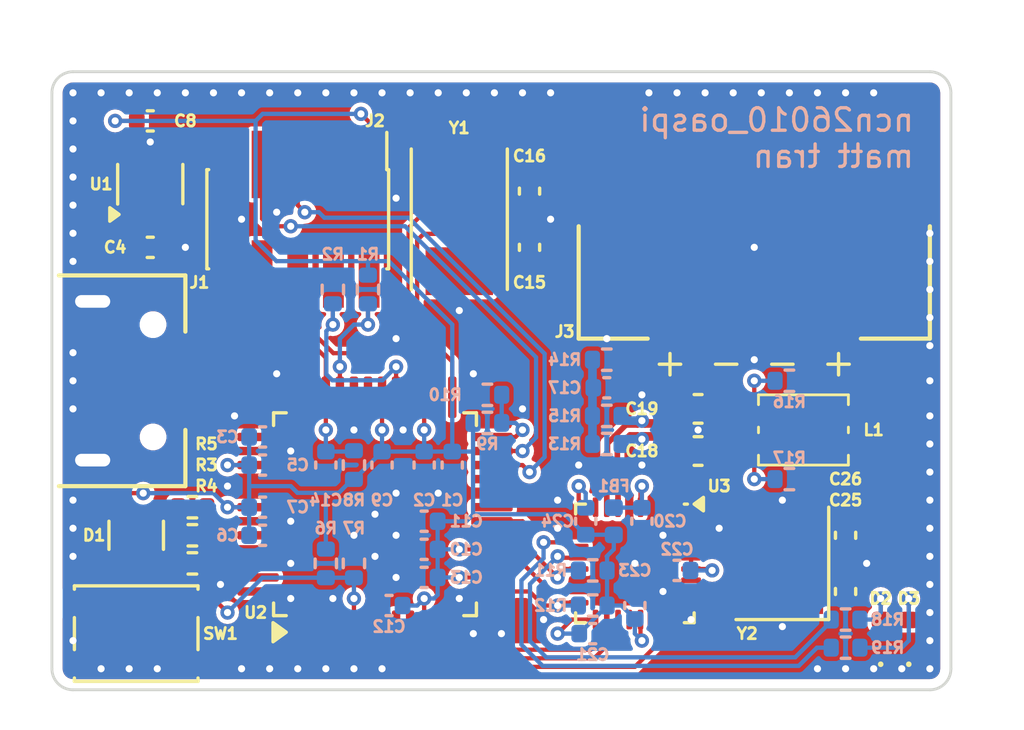
<source format=kicad_pcb>
(kicad_pcb (version 20240108) (generator "pcbnew") (generator_version "8.0")
  (layers (0 "F.Cu" signal) (31 "B.Cu" signal) (34 "B.Paste" user) (35 "F.Paste" user) (36 "B.SilkS" user "B.Silkscreen") (37 "F.SilkS" user "F.Silkscreen") (38 "B.Mask" user) (39 "F.Mask" user) (44 "Edge.Cuts" user))
  (net 0 "")
  (net 1 "GND")
  (net 2 "+3V3")
  (net 3 "+5V")
  (net 4 "/nrst")
  (net 5 "Net-(U2-XTALOUT)")
  (net 6 "Net-(U2-XTALIN)")
  (net 7 "Net-(C17-Pad1)")
  (net 8 "/t1s_cmc_d+")
  (net 9 "/t1s_phy_d+")
  (net 10 "/t1s_phy_d-")
  (net 11 "/t1s_cmc_d-")
  (net 12 "Net-(U3-VDD)")
  (net 13 "Net-(C22-Pad1)")
  (net 14 "Net-(U3-VDRVN)")
  (net 15 "Net-(U3-XO)")
  (net 16 "Net-(U3-XI)")
  (net 17 "Net-(D1-BK)")
  (net 18 "Net-(D1-GK)")
  (net 19 "Net-(D1-RK)")
  (net 20 "Net-(D2-A)")
  (net 21 "Net-(D3-A)")
  (net 23 "/usb_d-")
  (net 24 "/usb_d+")
  (net 25 "/dbg_rx")
  (net 26 "/swclk")
  (net 27 "/swo")
  (net 29 "/dbg_tx")
  (net 30 "/swdio")
  (net 31 "/t1s_d+")
  (net 32 "/t1s_d-")
  (net 33 "/led_b")
  (net 34 "/led_g")
  (net 35 "/led_r")
  (net 36 "/isp0")
  (net 37 "/isp1")
  (net 38 "/phyrst")
  (net 39 "/oaspi_int")
  (net 43 "/oaspi_sdi")
  (net 44 "/oaspi_sclk")
  (net 51 "/oaspi_sdo")
  (net 53 "/oaspi_cs")
  (net 65 "Net-(U3-DIO0)")
  (net 66 "Net-(U3-DIO1)")
  (footprint "extraparts:L_CommonModeChoke_Murata_DLW32SH101" (layer "F.Cu") (at 165.25 97)
    (property "Reference" "L1")
    (property "Value" "DLW32SH101XF2")
  )
  (footprint "Package_QFP:LQFP-48_7x7mm_P0.5mm" (layer "F.Cu") (at 150 100 90)
    (property "Reference" "U2")
    (property "Value" "LPC1549JBD48")
  )
  (footprint "Resistor_SMD:R_0402_1005Metric" (layer "F.Cu") (at 143.5 100.75 180)
    (property "Reference" "R3")
    (property "Value" "220")
  )
  (footprint "Button_Switch_SMD:SW_SPST_PTS810" (layer "F.Cu") (at 141.5 104.25)
    (property "Reference" "SW1")
    (property "Value" "boot")
  )
  (footprint "Crystal:Crystal_SMD_TXC_7A-2Pin_5x3.2mm" (layer "F.Cu") (at 153 89.5 90)
    (property "Reference" "Y1")
    (property "Value" "12MHz")
  )
  (footprint "Capacitor_SMD:C_0402_1005Metric" (layer "F.Cu") (at 155.5 90.5 -90)
    (property "Reference" "C15")
    (property "Value" "20p")
  )
  (footprint "Capacitor_SMD:C_0402_1005Metric" (layer "F.Cu") (at 142 90.5)
    (property "Reference" "C4")
    (property "Value" "1u")
  )
  (footprint "Capacitor_SMD:C_0402_1005Metric" (layer "F.Cu") (at 155.5 88.5 90)
    (property "Reference" "C16")
    (property "Value" "20p")
  )
  (footprint "Capacitor_SMD:C_0402_1005Metric" (layer "F.Cu") (at 166.75 102.75 -90)
    (property "Reference" "C25")
    (property "Value" "20p")
  )
  (footprint "extraparts:Molex_DuraClik_RH_4pin" (layer "F.Cu") (at 163.5 84.25 180)
    (property "Reference" "J3")
    (property "Value" "Conn_01x04_MountingPin")
  )
  (footprint "Package_TO_SOT_SMD:SOT-353_SC-70-5" (layer "F.Cu") (at 142 88.25 90)
    (property "Reference" "U1")
    (property "Value" "MIC5365-3.3YC5")
  )
  (footprint "Resistor_SMD:R_0402_1005Metric" (layer "F.Cu") (at 143.5 99.75 180)
    (property "Reference" "R5")
    (property "Value" "220")
  )
  (footprint "Capacitor_SMD:C_0603_1608Metric" (layer "F.Cu") (at 161.5 97.75)
    (property "Reference" "C18")
    (property "Value" "100n")
  )
  (footprint "Connector_PinHeader_1.27mm:PinHeader_2x05_P1.27mm_Vertical_SMD" (layer "F.Cu") (at 147.25 89.5 -90)
    (property "Reference" "J2")
    (property "Value" "swd/uart")
  )
  (footprint "Capacitor_SMD:C_0603_1608Metric" (layer "F.Cu") (at 161.5 96.25)
    (property "Reference" "C19")
    (property "Value" "100n")
  )
  (footprint "Capacitor_SMD:C_0402_1005Metric" (layer "F.Cu") (at 166.75 100.75 90)
    (property "Reference" "C26")
    (property "Value" "20p")
  )
  (footprint "Resistor_SMD:R_0402_1005Metric" (layer "F.Cu") (at 143.5 101.75 180)
    (property "Reference" "R4")
    (property "Value" "220")
  )
  (footprint "Capacitor_SMD:C_0402_1005Metric" (layer "F.Cu") (at 142 86)
    (property "Reference" "C8")
    (property "Value" "4u7")
  )
  (footprint "LED_SMD:LED_0402_1005Metric" (layer "F.Cu") (at 168 104.25 90)
    (property "Reference" "D2")
    (property "Value" "~")
  )
  (footprint "extraparts:USB_Micro-B_U254-05" (layer "F.Cu") (at 138.5 95.25 -90)
    (property "Reference" "J1")
    (property "Value" "USB_B_Micro")
  )
  (footprint "LED_SMD:LED_0402_1005Metric" (layer "F.Cu") (at 169 104.25 90)
    (property "Reference" "D3")
    (property "Value" "~")
  )
  (footprint "Resistor_SMD:R_Array_Convex_2x0606" (layer "F.Cu") (at 141.5 100.75 -90)
    (property "Reference" "D1")
    (property "Value" "rgb")
  )
  (footprint "Package_DFN_QFN:QFN-32-1EP_4x4mm_P0.4mm_EP2.9x2.9mm" (layer "F.Cu") (at 159.25 101.75 -90)
    (property "Reference" "U3")
    (property "Value" "NCN26010")
  )
  (footprint "Crystal:Crystal_SMD_3225-4Pin_3.2x2.5mm" (layer "F.Cu") (at 164.5 101.75 90)
    (property "Reference" "Y2")
    (property "Value" "25MHz")
  )
  (footprint "Resistor_SMD:R_0402_1005Metric" (layer "B.Cu") (at 166.75 104.75 180)
    (property "Reference" "R19")
    (property "Value" "2k2")
  )
  (footprint "Capacitor_SMD:C_0402_1005Metric" (layer "B.Cu") (at 146 100.75)
    (property "Reference" "C6")
    (property "Value" "100n")
  )
  (footprint "Resistor_SMD:R_0402_1005Metric" (layer "B.Cu") (at 154 95.75 180)
    (property "Reference" "R10")
    (property "Value" "10k")
  )
  (footprint "Resistor_SMD:R_0402_1005Metric" (layer "B.Cu") (at 149.25 101.75 90)
    (property "Reference" "R7")
    (property "Value" "10k")
  )
  (footprint "Resistor_SMD:R_0402_1005Metric" (layer "B.Cu") (at 157.75 103.25 180)
    (property "Reference" "R12")
    (property "Value" "10k")
  )
  (footprint "Capacitor_SMD:C_0402_1005Metric" (layer "B.Cu") (at 158.25 95.5)
    (property "Reference" "C17")
    (property "Value" "100n")
  )
  (footprint "Resistor_SMD:R_0402_1005Metric" (layer "B.Cu") (at 148.25 101.75 -90)
    (property "Reference" "R6")
    (property "Value" "10k")
  )
  (footprint "Capacitor_SMD:C_0402_1005Metric" (layer "B.Cu") (at 160.75 102 180)
    (property "Reference" "C22")
    (property "Value" "4u7")
  )
  (footprint "Inductor_SMD:L_0402_1005Metric" (layer "B.Cu") (at 158.5 100.25 90)
    (property "Reference" "FB1")
    (property "Value" "FerriteBead_Small")
  )
  (footprint "Capacitor_SMD:C_0402_1005Metric" (layer "B.Cu") (at 151.75 101.25 180)
    (property "Reference" "C10")
    (property "Value" "100n")
  )
  (footprint "Capacitor_SMD:C_0402_1005Metric" (layer "B.Cu") (at 150.25 98.25 -90)
    (property "Reference" "C9")
    (property "Value" "100n")
  )
  (footprint "Capacitor_SMD:C_0402_1005Metric" (layer "B.Cu") (at 146 97.25)
    (property "Reference" "C3")
    (property "Value" "100n")
  )
  (footprint "Resistor_SMD:R_0402_1005Metric" (layer "B.Cu") (at 149.75 92 -90)
    (property "Reference" "R1")
    (property "Value" "10k")
  )
  (footprint "Capacitor_SMD:C_0402_1005Metric" (layer "B.Cu") (at 148.25 98.25 -90)
    (property "Reference" "C14")
    (property "Value" "100n")
  )
  (footprint "Resistor_SMD:R_0402_1005Metric" (layer "B.Cu") (at 158.25 96.5 180)
    (property "Reference" "R15")
    (property "Value" "49.9")
  )
  (footprint "Capacitor_SMD:C_0402_1005Metric" (layer "B.Cu") (at 152.75 98.25 -90)
    (property "Reference" "C1")
    (property "Value" "100n")
  )
  (footprint "Resistor_SMD:R_0402_1005Metric" (layer "B.Cu") (at 166.75 103.75 180)
    (property "Reference" "R18")
    (property "Value" "2k2")
  )
  (footprint "Capacitor_SMD:C_0402_1005Metric" (layer "B.Cu") (at 159.5 100.25 -90)
    (property "Reference" "C20")
    (property "Value" "4u7")
  )
  (footprint "Capacitor_SMD:C_0402_1005Metric" (layer "B.Cu") (at 157.75 104.25)
    (property "Reference" "C21")
    (property "Value" "100n")
  )
  (footprint "Capacitor_SMD:C_0402_1005Metric" (layer "B.Cu") (at 151.75 102.25 180)
    (property "Reference" "C13")
    (property "Value" "100n")
  )
  (footprint "Resistor_SMD:R_0402_1005Metric" (layer "B.Cu") (at 148.5 92 90)
    (property "Reference" "R2")
    (property "Value" "10k")
  )
  (footprint "Resistor_SMD:R_0402_1005Metric" (layer "B.Cu") (at 157.75 102 180)
    (property "Reference" "R11")
    (property "Value" "10k")
  )
  (footprint "Capacitor_SMD:C_0402_1005Metric" (layer "B.Cu") (at 146 99.75)
    (property "Reference" "C7")
    (property "Value" "10n")
  )
  (footprint "Capacitor_SMD:C_0402_1005Metric" (layer "B.Cu") (at 157.5 100.25 -90)
    (property "Reference" "C24")
    (property "Value" "4u7")
  )
  (footprint "Resistor_SMD:R_0402_1005Metric" (layer "B.Cu") (at 164.75 98.75)
    (property "Reference" "R17")
    (property "Value" "10k")
  )
  (footprint "Resistor_SMD:R_0402_1005Metric" (layer "B.Cu") (at 164.75 95.25)
    (property "Reference" "R16")
    (property "Value" "10k")
  )
  (footprint "Capacitor_SMD:C_0402_1005Metric" (layer "B.Cu") (at 150.5 103.25 180)
    (property "Reference" "C12")
    (property "Value" "100n")
  )
  (footprint "Resistor_SMD:R_0402_1005Metric" (layer "B.Cu") (at 149.25 98.25 90)
    (property "Reference" "R8")
    (property "Value" "10k")
  )
  (footprint "Capacitor_SMD:C_0402_1005Metric" (layer "B.Cu") (at 151.75 100.25 180)
    (property "Reference" "C11")
    (property "Value" "4u7")
  )
  (footprint "Resistor_SMD:R_0402_1005Metric" (layer "B.Cu") (at 158.25 94.5)
    (property "Reference" "R14")
    (property "Value" "100k")
  )
  (footprint "Resistor_SMD:R_0402_1005Metric" (layer "B.Cu") (at 154 96.75)
    (property "Reference" "R9")
    (property "Value" "10k")
  )
  (footprint "Capacitor_SMD:C_0402_1005Metric" (layer "B.Cu") (at 159.25 103.25 90)
    (property "Reference" "C23")
    (property "Value" "100n")
  )
  (footprint "Resistor_SMD:R_0402_1005Metric" (layer "B.Cu") (at 158.25 97.5 180)
    (property "Reference" "R13")
    (property "Value" "49.9")
  )
  (footprint "Capacitor_SMD:C_0402_1005Metric" (layer "B.Cu") (at 151.75 98.25 -90)
    (property "Reference" "C2")
    (property "Value" "10n")
  )
  (footprint "Capacitor_SMD:C_0402_1005Metric" (layer "B.Cu") (at 146 98.25)
    (property "Reference" "C5")
    (property "Value" "10n")
  )
  (gr_arc (start 138.5 85) (mid 138.71967 84.46967) (end 139.25 84.25) (stroke (width 0.1)) (layer "Edge.Cuts"))
  (gr_line (start 169.75 84.25) (end 139.25 84.25) (stroke (width 0.1)) (layer "Edge.Cuts"))
  (gr_arc (start 170.5 105.5) (mid 170.28033 106.03033) (end 169.75 106.25) (stroke (width 0.1)) (layer "Edge.Cuts"))
  (gr_line (start 138.5 85) (end 138.5 105.5) (stroke (width 0.1)) (layer "Edge.Cuts"))
  (gr_line (start 170.5 105.5) (end 170.5 85) (stroke (width 0.1)) (layer "Edge.Cuts"))
  (gr_arc (start 139.25 106.25) (mid 138.71967 106.03033) (end 138.5 105.5) (stroke (width 0.1)) (layer "Edge.Cuts"))
  (gr_arc (start 169.75 84.25) (mid 170.28033 84.46967) (end 170.5 85) (stroke (width 0.1)) (layer "Edge.Cuts"))
  (gr_line (start 139.25 106.25) (end 169.75 106.25) (stroke (width 0.1)) (layer "Edge.Cuts"))
  (gr_text "ncn26010_oaspi\nmatt tran" (at 169.25 85.5 0) (layer "B.SilkS") (effects (font (size 0.8 0.8) (thickness 0.12)) (justify left top mirror)))
  (gr_text "+ - - +" (at 163.5 94 0) (layer "F.SilkS") (effects (font (size 1 1) (thickness 0.12)) (justify top)))
  (via (at 168.75 105.5) (size 0.508) (drill 0.254) (layers "F.Cu" "B.Cu") (net 1))
  (via (at 164.75 85) (size 0.508) (drill 0.254) (layers "F.Cu" "B.Cu") (net 1))
  (via (at 142 86.75) (size 0.508) (drill 0.254) (layers "F.Cu" "B.Cu") (net 1))
  (via (at 152.25 99.25) (size 0.508) (drill 0.254) (layers "F.Cu" "B.Cu") (net 1))
  (via (at 159.75 85) (size 0.508) (drill 0.254) (layers "F.Cu" "B.Cu") (net 1))
  (via (at 163.75 85) (size 0.508) (drill 0.254) (layers "F.Cu" "B.Cu") (net 1))
  (via (at 146.5 89.25) (size 0.508) (drill 0.254) (layers "F.Cu" "B.Cu") (net 1))
  (via (at 153.25 85) (size 0.508) (drill 0.254) (layers "F.Cu" "B.Cu") (net 1))
  (via (at 160.75 85) (size 0.508) (drill 0.254) (layers "F.Cu" "B.Cu") (net 1))
  (via (at 156.25 85) (size 0.508) (drill 0.254) (layers "F.Cu" "B.Cu") (net 1))
  (via (at 160.25 102.75) (size 0.508) (drill 0.254) (layers "F.Cu" "B.Cu") (net 1))
  (via (at 167.5 101.75) (size 0.508) (drill 0.254) (layers "F.Cu" "B.Cu") (net 1))
  (via (at 154.25 85) (size 0.508) (drill 0.254) (layers "F.Cu" "B.Cu") (net 1))
  (via (at 147 100.25) (size 0.508) (drill 0.254) (layers "F.Cu" "B.Cu") (net 1))
  (via (at 139.25 101.5) (size 0.508) (drill 0.254) (layers "F.Cu" "B.Cu") (net 1))
  (via (at 143.25 85) (size 0.508) (drill 0.254) (layers "F.Cu" "B.Cu") (net 1))
  (via (at 141.25 85) (size 0.508) (drill 0.254) (layers "F.Cu" "B.Cu") (net 1))
  (via (at 139.25 104.5) (size 0.508) (drill 0.254) (layers "F.Cu" "B.Cu") (net 1))
  (via (at 144.25 85) (size 0.508) (drill 0.254) (layers "F.Cu" "B.Cu") (net 1))
  (via (at 165.75 85) (size 0.508) (drill 0.254) (layers "F.Cu" "B.Cu") (net 1))
  (via (at 139.25 91) (size 0.508) (drill 0.254) (layers "F.Cu" "B.Cu") (net 1))
  (via (at 153 92.75) (size 0.508) (drill 0.254) (layers "F.Cu" "B.Cu") (net 1))
  (via (at 156.5 100.5) (size 0.508) (drill 0.254) (layers "F.Cu" "B.Cu") (net 1))
  (via (at 166.75 85) (size 0.508) (drill 0.254) (layers "F.Cu" "B.Cu") (net 1))
  (via (at 146.5 95) (size 0.508) (drill 0.254) (layers "F.Cu" "B.Cu") (net 1))
  (via (at 145.25 85) (size 0.508) (drill 0.254) (layers "F.Cu" "B.Cu") (net 1))
  (via (at 139.25 87) (size 0.508) (drill 0.254) (layers "F.Cu" "B.Cu") (net 1))
  (via (at 147.25 85) (size 0.508) (drill 0.254) (layers "F.Cu" "B.Cu") (net 1))
  (via (at 169.75 92) (size 0.508) (drill 0.254) (layers "F.Cu" "B.Cu") (net 1))
  (via (at 145.25 105.5) (size 0.508) (drill 0.254) (layers "F.Cu" "B.Cu") (net 1))
  (via (at 169.75 95.25) (size 0.508) (drill 0.254) (layers "F.Cu" "B.Cu") (net 1))
  (via (at 159.5 98.25) (size 0.508) (drill 0.254) (layers "F.Cu" "B.Cu") (net 1))
  (via (at 151 97) (size 0.508) (drill 0.254) (layers "F.Cu" "B.Cu") (net 1))
  (via (at 153 103) (size 0.508) (drill 0.254) (layers "F.Cu" "B.Cu") (net 1))
  (via (at 158.25 93.75) (size 0.508) (drill 0.254) (layers "F.Cu" "B.Cu") (net 1))
  (via (at 164.5 99.5) (size 0.508) (drill 0.254) (layers "F.Cu" "B.Cu") (net 1))
  (via (at 155.25 96.25) (size 0.508) (drill 0.254) (layers "F.Cu" "B.Cu") (net 1))
  (via (at 149.25 97) (size 0.508) (drill 0.254) (layers "F.Cu" "B.Cu") (net 1))
  (via (at 140.25 85) (size 0.508) (drill 0.254) (layers "F.Cu" "B.Cu") (net 1))
  (via (at 139.25 96.25) (size 0.508) (drill 0.254) (layers "F.Cu" "B.Cu") (net 1))
  (via (at 169.75 99.5) (size 0.508) (drill 0.254) (layers "F.Cu" "B.Cu") (net 1))
  (via (at 165.75 105.5) (size 0.508) (drill 0.254) (layers "F.Cu" "B.Cu") (net 1))
  (via (at 150 100) (size 0.508) (drill 0.254) (layers "F.Cu" "B.Cu") (net 1))
  (via (at 144.75 99) (size 0.508) (drill 0.254) (layers "F.Cu" "B.Cu") (net 1))
  (via (at 139.25 100.5) (size 0.508) (drill 0.254) (layers "F.Cu" "B.Cu") (net 1))
  (via (at 155.25 85) (size 0.508) (drill 0.254) (layers "F.Cu" "B.Cu") (net 1))
  (via (at 157.25 98.25) (size 0.508) (drill 0.254) (layers "F.Cu" "B.Cu") (net 1))
  (via (at 139.25 95.25) (size 0.508) (drill 0.254) (layers "F.Cu" "B.Cu") (net 1))
  (via (at 149.25 100.75) (size 0.508) (drill 0.254) (layers "F.Cu" "B.Cu") (net 1))
  (via (at 159.25 101.75) (size 0.508) (drill 0.254) (layers "F.Cu" "B.Cu") (net 1))
  (via (at 169.75 101.5) (size 0.508) (drill 0.254) (layers "F.Cu" "B.Cu") (net 1))
  (via (at 139.25 89) (size 0.508) (drill 0.254) (layers "F.Cu" "B.Cu") (net 1))
  (via (at 153.5 95) (size 0.508) (drill 0.254) (layers "F.Cu" "B.Cu") (net 1))
  (via (at 164.5 104) (size 0.508) (drill 0.254) (layers "F.Cu" "B.Cu") (net 1))
  (via (at 166.75 105.5) (size 0.508) (drill 0.254) (layers "F.Cu" "B.Cu") (net 1))
  (via (at 142.25 105.5) (size 0.508) (drill 0.254) (layers "F.Cu" "B.Cu") (net 1))
  (via (at 169.75 97.5) (size 0.508) (drill 0.254) (layers "F.Cu" "B.Cu") (net 1))
  (via (at 169.75 104.5) (size 0.508) (drill 0.254) (layers "F.Cu" "B.Cu") (net 1))
  (via (at 163.5 90.5) (size 0.508) (drill 0.254) (layers "F.Cu" "B.Cu") (net 1))
  (via (at 169.75 90) (size 0.508) (drill 0.254) (layers "F.Cu" "B.Cu") (net 1))
  (via (at 146.25 85) (size 0.508) (drill 0.254) (layers "F.Cu" "B.Cu") (net 1))
  (via (at 144.5 102.5) (size 0.508) (drill 0.254) (layers "F.Cu" "B.Cu") (net 1))
  (via (at 150.75 93.75) (size 0.508) (drill 0.254) (layers "F.Cu" "B.Cu") (net 1))
  (via (at 139.25 88) (size 0.508) (drill 0.254) (layers "F.Cu" "B.Cu") (net 1))
  (via (at 169.75 94) (size 0.508) (drill 0.254) (layers "F.Cu" "B.Cu") (net 1))
  (via (at 169.75 91) (size 0.508) (drill 0.254) (layers "F.Cu" "B.Cu") (net 1))
  (via (at 140.25 105.5) (size 0.508) (drill 0.254) (layers "F.Cu" "B.Cu") (net 1))
  (via (at 147 101.75) (size 0.508) (drill 0.254) (layers "F.Cu" "B.Cu") (net 1))
  (via (at 150.75 88.75) (size 0.508) (drill 0.254) (layers "F.Cu" "B.Cu") (net 1))
  (via (at 162.75 85) (size 0.508) (drill 0.254) (layers "F.Cu" "B.Cu") (net 1))
  (via (at 167.75 85) (size 0.508) (drill 0.254) (layers "F.Cu" "B.Cu") (net 1))
  (via (at 150.75 99.25) (size 0.508) (drill 0.254) (layers "F.Cu" "B.Cu") (net 1))
  (via (at 143.25 90.5) (size 0.508) (drill 0.254) (layers "F.Cu" "B.Cu") (net 1))
  (via (at 139.25 86) (size 0.508) (drill 0.254) (layers "F.Cu" "B.Cu") (net 1))
  (via (at 145 96.5) (size 0.508) (drill 0.254) (layers "F.Cu" "B.Cu") (net 1))
  (via (at 161.5 97) (size 0.508) (drill 0.254) (layers "F.Cu" "B.Cu") (net 1))
  (via (at 161.25 103.75) (size 0.508) (drill 0.254) (layers "F.Cu" "B.Cu") (net 1))
  (via (at 159.5 95.75) (size 0.508) (drill 0.254) (layers "F.Cu" "B.Cu") (net 1))
  (via (at 169.75 98.5) (size 0.508) (drill 0.254) (layers "F.Cu" "B.Cu") (net 1))
  (via (at 169.75 103.5) (size 0.508) (drill 0.254) (layers "F.Cu" "B.Cu") (net 1))
  (via (at 160.25 100.75) (size 0.508) (drill 0.254) (layers "F.Cu" "B.Cu") (net 1))
  (via (at 162.25 100.5) (size 0.508) (drill 0.254) (layers "F.Cu" "B.Cu") (net 1))
  (via (at 150.25 85) (size 0.508) (drill 0.254) (layers "F.Cu" "B.Cu") (net 1))
  (via (at 142.25 85) (size 0.508) (drill 0.254) (layers "F.Cu" "B.Cu") (net 1))
  (via (at 139.25 85) (size 0.508) (drill 0.254) (layers "F.Cu" "B.Cu") (net 1))
  (via (at 148.25 85) (size 0.508) (drill 0.254) (layers "F.Cu" "B.Cu") (net 1))
  (via (at 149.25 105.5) (size 0.508) (drill 0.254) (layers "F.Cu" "B.Cu") (net 1))
  (via (at 147 97.75) (size 0.508) (drill 0.254) (layers "F.Cu" "B.Cu") (net 1))
  (via (at 147 103) (size 0.508) (drill 0.254) (layers "F.Cu" "B.Cu") (net 1))
  (via (at 156.5 99.5) (size 0.508) (drill 0.254) (layers "F.Cu" "B.Cu") (net 1))
  (via (at 145.25 89.5) (size 0.508) (drill 0.254) (layers "F.Cu" "B.Cu") (net 1))
  (via (at 139.25 94.25) (size 0.508) (drill 0.254) (layers "F.Cu" "B.Cu") (net 1))
  (via (at 163.5 94.5) (size 0.508) (drill 0.254) (layers "F.Cu" "B.Cu") (net 1))
  (via (at 169.75 102.5) (size 0.508) (drill 0.254) (layers "F.Cu" "B.Cu") (net 1))
  (via (at 153.5 104.25) (size 0.508) (drill 0.254) (layers "F.Cu" "B.Cu") (net 1))
  (via (at 154.5 104.25) (size 0.508) (drill 0.254) (layers "F.Cu" "B.Cu") (net 1))
  (via (at 156.25 89.5) (size 0.508) (drill 0.254) (layers "F.Cu" "B.Cu") (net 1))
  (via (at 150.75 100.75) (size 0.508) (drill 0.254) (layers "F.Cu" "B.Cu") (net 1))
  (via (at 139.25 90) (size 0.508) (drill 0.254) (layers "F.Cu" "B.Cu") (net 1))
  (via (at 169.75 96.5) (size 0.508) (drill 0.254) (layers "F.Cu" "B.Cu") (net 1))
  (via (at 148.5 103) (size 0.508) (drill 0.254) (layers "F.Cu" "B.Cu") (net 1))
  (via (at 139.25 99.5) (size 0.508) (drill 0.254) (layers "F.Cu" "B.Cu") (net 1))
  (via (at 152.25 85) (size 0.508) (drill 0.254) (layers "F.Cu" "B.Cu") (net 1))
  (via (at 161.75 85) (size 0.508) (drill 0.254) (layers "F.Cu" "B.Cu") (net 1))
  (via (at 147.25 105.5) (size 0.508) (drill 0.254) (layers "F.Cu" "B.Cu") (net 1))
  (via (at 146.25 105.5) (size 0.508) (drill 0.254) (layers "F.Cu" "B.Cu") (net 1))
  (via (at 141.25 105.5) (size 0.508) (drill 0.254) (layers "F.Cu" "B.Cu") (net 1))
  (via (at 150.75 102.25) (size 0.508) (drill 0.254) (layers "F.Cu" "B.Cu") (net 1))
  (via (at 169.75 105.5) (size 0.508) (drill 0.254) (layers "F.Cu" "B.Cu") (net 1))
  (via (at 149.25 85) (size 0.508) (drill 0.254) (layers "F.Cu" "B.Cu") (net 1))
  (via (at 167.75 105.5) (size 0.508) (drill 0.254) (layers "F.Cu" "B.Cu") (net 1))
  (via (at 148.25 105.5) (size 0.508) (drill 0.254) (layers "F.Cu" "B.Cu") (net 1))
  (via (at 169.75 93) (size 0.508) (drill 0.254) (layers "F.Cu" "B.Cu") (net 1))
  (via (at 156 103.75) (size 0.508) (drill 0.254) (layers "F.Cu" "B.Cu") (net 1))
  (via (at 150.25 105.5) (size 0.508) (drill 0.254) (layers "F.Cu" "B.Cu") (net 1))
  (via (at 150 101.5) (size 0.508) (drill 0.254) (layers "F.Cu" "B.Cu") (net 1))
  (via (at 151.25 85) (size 0.508) (drill 0.254) (layers "F.Cu" "B.Cu") (net 1))
  (via (at 169.75 100.5) (size 0.508) (drill 0.254) (layers "F.Cu" "B.Cu") (net 1))
  (segment (start 145.8375 98.25) (end 144.75 98.25) (width 0.1524) (layer "F.Cu") (net 2))
  (segment (start 141.35 86.17) (end 141.52 86) (width 0.1524) (layer "F.Cu") (net 2))
  (segment (start 159.45 104.45) (end 159.5 104.5) (width 0.1524) (layer "F.Cu") (net 2))
  (segment (start 145.8375 99.75) (end 144.75 99.75) (width 0.1524) (layer "F.Cu") (net 2))
  (segment (start 157 103.75) (end 156.5 104.25) (width 0.1524) (layer "F.Cu") (net 2))
  (segment (start 151.75 104.1625) (end 151.75 103) (width 0.1524) (layer "F.Cu") (net 2))
  (segment (start 149.79 86.04) (end 149.5 85.75) (width 0.1524) (layer "F.Cu") (net 2))
  (segment (start 141.03 99.47) (end 141.25 99.25) (width 0.1524) (layer "F.Cu") (net 2))
  (segment (start 149.79 87.55) (end 149.79 86.04) (width 0.1524) (layer "F.Cu") (net 2))
  (segment (start 150.25 95.8375) (end 150.25 97) (width 0.1524) (layer "F.Cu") (net 2))
  (segment (start 157.85 103.75) (end 157 103.75) (width 0.1524) (layer "F.Cu") (net 2))
  (segment (start 141.03 100.05) (end 141.03 99.47) (width 0.1524) (layer "F.Cu") (net 2))
  (segment (start 141.35 87.3) (end 141.35 86.17) (width 0.1524) (layer "F.Cu") (net 2))
  (segment (start 141.25 99.25) (end 141.75 99.25) (width 0.1524) (layer "F.Cu") (net 2))
  (segment (start 151.75 95.8375) (end 151.75 97) (width 0.1524) (layer "F.Cu") (net 2))
  (segment (start 154.1625 102.25) (end 153 102.25) (width 0.1524) (layer "F.Cu") (net 2))
  (segment (start 154.1625 101.25) (end 153 101.25) (width 0.1524) (layer "F.Cu") (net 2))
  (segment (start 141.52 86) (end 140.75 86) (width 0.1524) (layer "F.Cu") (net 2))
  (segment (start 159.45 103.75) (end 159.45 104.45) (width 0.1524) (layer "F.Cu") (net 2))
  (via (at 150.25 97) (size 0.508) (drill 0.254) (layers "F.Cu" "B.Cu") (net 2))
  (via (at 149.5 85.75) (size 0.508) (drill 0.254) (layers "F.Cu" "B.Cu") (net 2))
  (via (at 159.5 104.5) (size 0.508) (drill 0.254) (layers "F.Cu" "B.Cu") (net 2))
  (via (at 141.75 99.25) (size 0.508) (drill 0.254) (layers "F.Cu" "B.Cu") (net 2))
  (via (at 153 101.25) (size 0.508) (drill 0.254) (layers "F.Cu" "B.Cu") (net 2))
  (via (at 156.5 104.25) (size 0.508) (drill 0.254) (layers "F.Cu" "B.Cu") (net 2))
  (via (at 153 102.25) (size 0.508) (drill 0.254) (layers "F.Cu" "B.Cu") (net 2))
  (via (at 140.75 86) (size 0.508) (drill 0.254) (layers "F.Cu" "B.Cu") (net 2))
  (via (at 144.75 98.25) (size 0.508) (drill 0.254) (layers "F.Cu" "B.Cu") (net 2))
  (via (at 151.75 97) (size 0.508) (drill 0.254) (layers "F.Cu" "B.Cu") (net 2))
  (via (at 151.75 103) (size 0.508) (drill 0.254) (layers "F.Cu" "B.Cu") (net 2))
  (via (at 144.75 99.75) (size 0.508) (drill 0.254) (layers "F.Cu" "B.Cu") (net 2))
  (segment (start 149.5 85.75) (end 146 85.75) (width 0.1524) (layer "B.Cu") (net 2))
  (segment (start 147 99) (end 145.52 99) (width 0.1524) (layer "B.Cu") (net 2))
  (segment (start 153.49 99.99) (end 153.5 100) (width 0.1524) (layer "B.Cu") (net 2))
  (segment (start 145.52 97.25) (end 145.52 98.25) (width 0.1524) (layer "B.Cu") (net 2))
  (segment (start 153.25 100.25) (end 152.23 100.25) (width 0.1524) (layer "B.Cu") (net 2))
  (segment (start 159.25 104.25) (end 159.5 104.5) (width 0.1524) (layer "B.Cu") (net 2))
  (segment (start 148.7114 99.2386) (end 148.25 99.2386) (width 0.1524) (layer "B.Cu") (net 2))
  (segment (start 153 101.25) (end 152.23 101.25) (width 0.1524) (layer "B.Cu") (net 2))
  (segment (start 150.98 103.25) (end 151.5 103.25) (width 0.1524) (layer "B.Cu") (net 2))
  (segment (start 158.26 101.51) (end 158.26 102) (width 0.1524) (layer "B.Cu") (net 2))
  (segment (start 152.23 100.25) (end 152.23 101.25) (width 0.1524) (layer "B.Cu") (net 2))
  (segment (start 144.25 99.25) (end 144.75 99.75) (width 0.1524) (layer "B.Cu") (net 2))
  (segment (start 158.26 103.26) (end 157.27 104.25) (width 0.1524) (layer "B.Cu") (net 2))
  (segment (start 151.75 97) (end 151.75 97.77) (width 0.1524) (layer "B.Cu") (net 2))
  (segment (start 150.25 97.77) (end 151.75 97.77) (width 0.1524) (layer "B.Cu") (net 2))
  (segment (start 152.23 101.25) (end 152.23 102.25) (width 0.1524) (layer "B.Cu") (net 2))
  (segment (start 146 85.75) (end 145.75 86) (width 0.1524) (layer "B.Cu") (net 2))
  (segment (start 149.26 98.76) (end 150.25 97.77) (width 0.1524) (layer "B.Cu") (net 2))
  (segment (start 157.48 100.73) (end 156.75 100) (width 0.1524) (layer "B.Cu") (net 2))
  (segment (start 158.5 101.25) (end 158.25 101.5) (width 0.1524) (layer "B.Cu") (net 2))
  (segment (start 159.25 103.73) (end 159.25 104.25) (width 0.1524) (layer "B.Cu") (net 2))
  (segment (start 152.75 93.25) (end 152.75 97.77) (width 0.1524) (layer "B.Cu") (net 2))
  (segment (start 152.23 102.87) (end 152.1 103) (width 0.1524) (layer "B.Cu") (net 2))
  (segment (start 156.75 100) (end 153.5 100) (width 0.1524) (layer "B.Cu") (net 2))
  (segment (start 150.25 97) (end 150.25 97.77) (width 0.1524) (layer "B.Cu") (net 2))
  (segment (start 158.25 101.5) (end 158.26 101.51) (width 0.1524) (layer "B.Cu") (net 2))
  (segment (start 149.75 91.49) (end 149.75 90.9914) (width 0.1524) (layer "B.Cu") (net 2))
  (segment (start 153.49 97.75) (end 153.49 99.99) (width 0.1524) (layer "B.Cu") (net 2))
  (segment (start 145.52 99) (end 145.52 98.25) (width 0.1524) (layer "B.Cu") (net 2))
  (segment (start 146.4914 90.9914) (end 149.75 90.9914) (width 0.1524) (layer "B.Cu") (net 2))
  (segment (start 158.26 103.25) (end 158.77 103.25) (width 0.1524) (layer "B.Cu") (net 2))
  (segment (start 150.4914 90.9914) (end 152.75 93.25) (width 0.1524) (layer "B.Cu") (net 2))
  (segment (start 149.75 90.9914) (end 150.4914 90.9914) (width 0.1524) (layer "B.Cu") (net 2))
  (segment (start 152.75 97.77) (end 151.75 97.77) (width 0.1524) (layer "B.Cu") (net 2))
  (segment (start 158.77 103.25) (end 159.25 103.73) (width 0.1524) (layer "B.Cu") (net 2))
  (segment (start 149.19 98.76) (end 148.7114 99.2386) (width 0.1524) (layer "B.Cu") (net 2))
  (segment (start 149.25 98.76) (end 149.19 98.76) (width 0.1524) (layer "B.Cu") (net 2))
  (segment (start 158.495 100.73) (end 158.5 100.735) (width 0.1524) (layer "B.Cu") (net 2))
  (segment (start 157.5 100.73) (end 158.495 100.73) (width 0.1524) (layer "B.Cu") (net 2))
  (segment (start 145.75 86) (end 145.75 90.25) (width 0.1524) (layer "B.Cu") (net 2))
  (segment (start 148.25 101.24) (end 148.25 99.2386) (width 0.1524) (layer "B.Cu") (net 2))
  (segment (start 149.25 98.76) (end 149.26 98.76) (width 0.1524) (layer "B.Cu") (net 2))
  (segment (start 152.1 103) (end 151.75 103) (width 0.1524) (layer "B.Cu") (net 2))
  (segment (start 144.75 99.75) (end 145.52 99.75) (width 0.1524) (layer "B.Cu") (net 2))
  (segment (start 148.25 99.2386) (end 147.2386 99.2386) (width 0.1524) (layer "B.Cu") (net 2))
  (segment (start 153.47 97.77) (end 153.49 97.75) (width 0.1524) (layer "B.Cu") (net 2))
  (segment (start 153.5 100) (end 153.25 100.25) (width 0.1524) (layer "B.Cu") (net 2))
  (segment (start 145.52 99.75) (end 145.52 99) (width 0.1524) (layer "B.Cu") (net 2))
  (segment (start 144.75 98.25) (end 145.52 98.25) (width 0.1524) (layer "B.Cu") (net 2))
  (segment (start 145.52 99.75) (end 145.52 100.75) (width 0.1524) (layer "B.Cu") (net 2))
  (segment (start 145.75 90.25) (end 146.4914 90.9914) (width 0.1524) (layer "B.Cu") (net 2))
  (segment (start 153 102.25) (end 152.23 102.25) (width 0.1524) (layer "B.Cu") (net 2))
  (segment (start 147.2386 99.2386) (end 147 99) (width 0.1524) (layer "B.Cu") (net 2))
  (segment (start 152.75 97.77) (end 153.47 97.77) (width 0.1524) (layer "B.Cu") (net 2))
  (segment (start 152.23 102.25) (end 152.23 102.87) (width 0.1524) (layer "B.Cu") (net 2))
  (segment (start 158.26 102) (end 158.26 103.25) (width 0.1524) (layer "B.Cu") (net 2))
  (segment (start 157.27 104.25) (end 156.5 104.25) (width 0.1524) (layer "B.Cu") (net 2))
  (segment (start 151.5 103.25) (end 151.75 103) (width 0.1524) (layer "B.Cu") (net 2))
  (segment (start 157.5 100.73) (end 157.48 100.73) (width 0.1524) (layer "B.Cu") (net 2))
  (segment (start 145.75 86) (end 140.75 86) (width 0.1524) (layer "B.Cu") (net 2))
  (segment (start 158.5 100.735) (end 158.5 101.25) (width 0.1524) (layer "B.Cu") (net 2))
  (segment (start 158.26 103.25) (end 158.26 103.26) (width 0.1524) (layer "B.Cu") (net 2))
  (segment (start 153.49 96.75) (end 153.49 97.75) (width 0.1524) (layer "B.Cu") (net 2))
  (segment (start 141.75 99.25) (end 144.25 99.25) (width 0.1524) (layer "B.Cu") (net 2))
  (segment (start 142.65 89.2) (end 142.65 88.65) (width 0.1524) (layer "F.Cu") (net 3))
  (segment (start 141.35 88.65) (end 141.5 88.5) (width 0.1524) (layer "F.Cu") (net 3))
  (segment (start 142.5 88.5) (end 141.5 88.5) (width 0.1524) (layer "F.Cu") (net 3))
  (segment (start 141.35 90.33) (end 141.52 90.5) (width 0.1524) (layer "F.Cu") (net 3))
  (segment (start 142.65 88.65) (end 142.5 88.5) (width 0.1524) (layer "F.Cu") (net 3))
  (segment (start 141.35 89.2) (end 141.35 90.33) (width 0.1524) (layer "F.Cu") (net 3))
  (segment (start 141.52 90.5) (end 141.52 93.7224) (width 0.1524) (layer "F.Cu") (net 3))
  (segment (start 141.35 89.2) (end 141.35 88.65) (width 0.1524) (layer "F.Cu") (net 3))
  (segment (start 141.7476 93.95) (end 142.6 93.95) (width 0.1524) (layer "F.Cu") (net 3))
  (segment (start 141.52 93.7224) (end 141.7476 93.95) (width 0.1524) (layer "F.Cu") (net 3))
  (segment (start 147.068948 93.25) (end 145.68 93.25) (width 0.1524) (layer "F.Cu") (net 4))
  (segment (start 148.25 94.431052) (end 147.068948 93.25) (width 0.1524) (layer "F.Cu") (net 4))
  (segment (start 148.25 95.8375) (end 148.25 97) (width 0.1524) (layer "F.Cu") (net 4))
  (segment (start 144.71 92.28) (end 144.71 91.45) (width 0.1524) (layer "F.Cu") (net 4))
  (segment (start 145.68 93.25) (end 144.71 92.28) (width 0.1524) (layer "F.Cu") (net 4))
  (segment (start 148.25 95.8375) (end 148.25 94.431052) (width 0.1524) (layer "F.Cu") (net 4))
  (via (at 148.25 97) (size 0.508) (drill 0.254) (layers "F.Cu" "B.Cu") (net 4))
  (segment (start 149.22 97.77) (end 149.25 97.74) (width 0.1524) (layer "B.Cu") (net 4))
  (segment (start 148.25 97.77) (end 149.22 97.77) (width 0.1524) (layer "B.Cu") (net 4))
  (segment (start 148.25 97) (end 148.25 97.77) (width 0.1524) (layer "B.Cu") (net 4))
  (segment (start 151.73 90.02) (end 151.5 90.25) (width 0.1524) (layer "F.Cu") (net 5))
  (segment (start 155.5 90.02) (end 153 90.02) (width 0.1524) (layer "F.Cu") (net 5))
  (segment (start 152.32328 89.579458) (end 152.32328 89.89808) (width 0.1524) (layer "F.Cu") (net 5))
  (segment (start 152.50616 89.457538) (end 152.4452 89.457538) (width 0.1524) (layer "F.Cu") (net 5))
  (segment (start 152.75 94.568948) (end 152.75 95.8375) (width 0.1524) (layer "F.Cu") (net 5))
  (segment (start 152 90.02) (end 151.73 90.02) (width 0.1524) (layer "F.Cu") (net 5))
  (segment (start 151.5 90.25) (end 151.5 93.318948) (width 0.1524) (layer "F.Cu") (net 5))
  (segment (start 153 91.35) (end 153 90.02) (width 0.1524) (layer "F.Cu") (net 5))
  (segment (start 152.1404 90.02) (end 152 90.02) (width 0.1524) (layer "F.Cu") (net 5))
  (segment (start 152.62808 89.89808) (end 152.62808 89.579458) (width 0.1524) (layer "F.Cu") (net 5))
  (segment (start 152.20136 90.02) (end 152.1404 90.02) (width 0.1524) (layer "F.Cu") (net 5))
  (segment (start 153 90.02) (end 152.75 90.02) (width 0.1524) (layer "F.Cu") (net 5))
  (segment (start 151.5 93.318948) (end 152.75 94.568948) (width 0.1524) (layer "F.Cu") (net 5))
  (arc (start 152.75 90.02) (mid 152.66379 89.98429) (end 152.62808 89.89808) (width 0.1524) (layer "F.Cu") (net 5))
  (arc (start 152.32328 89.89808) (mid 152.28757 89.98429) (end 152.20136 90.02) (width 0.1524) (layer "F.Cu") (net 5))
  (arc (start 152.4452 89.457538) (mid 152.35899 89.493248) (end 152.32328 89.579458) (width 0.1524) (layer "F.Cu") (net 5))
  (arc (start 152.62808 89.579458) (mid 152.59237 89.493248) (end 152.50616 89.457538) (width 0.1524) (layer "F.Cu") (net 5))
  (segment (start 151.1952 93.4452) (end 152.25 94.5) (width 0.1524) (layer "F.Cu") (net 6))
  (segment (start 152.25 94.5) (end 152.25 95.8375) (width 0.1524) (layer "F.Cu") (net 6))
  (segment (start 151.1952 89.8048) (end 151.1952 93.4452) (width 0.1524) (layer "F.Cu") (net 6))
  (segment (start 152.02 88.98) (end 151.1952 89.8048) (width 0.1524) (layer "F.Cu") (net 6))
  (segment (start 153 88.98) (end 152.02 88.98) (width 0.1524) (layer "F.Cu") (net 6))
  (segment (start 153 87.65) (end 153 88.98) (width 0.1524) (layer "F.Cu") (net 6))
  (segment (start 155.5 88.98) (end 153 88.98) (width 0.1524) (layer "F.Cu") (net 6))
  (segment (start 157.74 97.5) (end 157.74 94.5) (width 0.31) (layer "B.Cu") (net 7))
  (segment (start 162.8188 97.2312) (end 162.3 97.75) (width 0.31) (layer "F.Cu") (net 8))
  (segment (start 163.725 97.5) (end 163.5 97.5) (width 0.31) (layer "F.Cu") (net 8))
  (segment (start 163.5 97.725) (end 163.725 97.5) (width 0.1524) (layer "F.Cu") (net 8))
  (segment (start 162.3 97.75) (end 162.275 97.75) (width 0.31) (layer "F.Cu") (net 8))
  (segment (start 163.2312 97.2312) (end 162.8188 97.2312) (width 0.31) (layer "F.Cu") (net 8))
  (segment (start 163.5 98.75) (end 163.5 97.725) (width 0.1524) (layer "F.Cu") (net 8))
  (segment (start 163.5 97.5) (end 163.2312 97.2312) (width 0.31) (layer "F.Cu") (net 8))
  (via (at 163.5 98.75) (size 0.508) (drill 0.254) (layers "F.Cu" "B.Cu") (net 8))
  (segment (start 164.24 98.75) (end 163.5 98.75) (width 0.1524) (layer "B.Cu") (net 8))
  (segment (start 159.5 97.3302) (end 159.346 97.1762) (width 0.2) (layer "F.Cu") (net 9))
  (segment (start 159.072986 97.1762) (end 158.6262 97.622986) (width 0.2) (layer "F.Cu") (net 9))
  (segment (start 158.6262 97.622986) (end 158.6262 99.201199) (width 0.2) (layer "F.Cu") (net 9))
  (segment (start 159.346 97.1762) (end 159.072986 97.1762) (width 0.2) (layer "F.Cu") (net 9))
  (segment (start 159.598999 97.231201) (end 159.5 97.3302) (width 0.31) (layer "F.Cu") (net 9))
  (segment (start 158.6262 99.201199) (end 158.65 99.224999) (width 0.2) (layer "F.Cu") (net 9))
  (segment (start 160.725 97.75) (end 160.206201 97.231201) (width 0.31) (layer "F.Cu") (net 9))
  (segment (start 158.65 99.224999) (end 158.65 99.75) (width 0.2) (layer "F.Cu") (net 9))
  (segment (start 160.206201 97.231201) (end 159.598999 97.231201) (width 0.31) (layer "F.Cu") (net 9))
  (via (at 159.5 97.3302) (size 0.508) (drill 0.254) (layers "F.Cu" "B.Cu") (net 9))
  (segment (start 158.9298 97.3302) (end 159.5 97.3302) (width 0.31) (layer "B.Cu") (net 9))
  (segment (start 158.76 97.5) (end 158.9298 97.3302) (width 0.31) (layer "B.Cu") (net 9))
  (segment (start 158.2738 97.477014) (end 158.2738 99.201199) (width 0.2) (layer "F.Cu") (net 10))
  (segment (start 159.346 96.8238) (end 158.927014 96.8238) (width 0.2) (layer "F.Cu") (net 10))
  (segment (start 158.25 99.224999) (end 158.25 99.75) (width 0.2) (layer "F.Cu") (net 10))
  (segment (start 158.2738 99.201199) (end 158.25 99.224999) (width 0.2) (layer "F.Cu") (net 10))
  (segment (start 158.927014 96.8238) (end 158.2738 97.477014) (width 0.2) (layer "F.Cu") (net 10))
  (segment (start 160.206201 96.768799) (end 159.598999 96.768799) (width 0.31) (layer "F.Cu") (net 10))
  (segment (start 159.598999 96.768799) (end 159.5 96.6698) (width 0.31) (layer "F.Cu") (net 10))
  (segment (start 160.725 96.25) (end 160.206201 96.768799) (width 0.31) (layer "F.Cu") (net 10))
  (segment (start 159.5 96.6698) (end 159.346 96.8238) (width 0.2) (layer "F.Cu") (net 10))
  (via (at 159.5 96.6698) (size 0.508) (drill 0.254) (layers "F.Cu" "B.Cu") (net 10))
  (segment (start 158.76 96.5) (end 158.9298 96.6698) (width 0.31) (layer "B.Cu") (net 10))
  (segment (start 158.9298 96.6698) (end 159.5 96.6698) (width 0.31) (layer "B.Cu") (net 10))
  (segment (start 163.5 95.25) (end 163.5 96.275) (width 0.1524) (layer "F.Cu") (net 11))
  (segment (start 163.725 96.5) (end 163.5 96.5) (width 0.31) (layer "F.Cu") (net 11))
  (segment (start 163.2312 96.7688) (end 162.8188 96.7688) (width 0.31) (layer "F.Cu") (net 11))
  (segment (start 163.5 96.275) (end 163.725 96.5) (width 0.1524) (layer "F.Cu") (net 11))
  (segment (start 162.8188 96.7688) (end 162.3 96.25) (width 0.31) (layer "F.Cu") (net 11))
  (segment (start 163.5 96.5) (end 163.2312 96.7688) (width 0.31) (layer "F.Cu") (net 11))
  (segment (start 162.3 96.25) (end 162.275 96.25) (width 0.31) (layer "F.Cu") (net 11))
  (via (at 163.5 95.25) (size 0.508) (drill 0.254) (layers "F.Cu" "B.Cu") (net 11))
  (segment (start 164.24 95.25) (end 163.5 95.25) (width 0.1524) (layer "B.Cu") (net 11))
  (segment (start 159.45 99.05) (end 159.5 99) (width 0.1524) (layer "F.Cu") (net 12))
  (segment (start 159.45 99.75) (end 159.45 99.05) (width 0.1524) (layer "F.Cu") (net 12))
  (via (at 159.5 99) (size 0.508) (drill 0.254) (layers "F.Cu" "B.Cu") (net 12))
  (segment (start 158.5 99.765) (end 159.495 99.765) (width 0.1524) (layer "B.Cu") (net 12))
  (segment (start 159.5 99) (end 159.5 99.77) (width 0.1524) (layer "B.Cu") (net 12))
  (segment (start 159.495 99.765) (end 159.5 99.77) (width 0.1524) (layer "B.Cu") (net 12))
  (segment (start 161.25 101.55) (end 161.25 101.95) (width 0.1524) (layer "F.Cu") (net 13))
  (segment (start 161.95 101.95) (end 162 102) (width 0.1524) (layer "F.Cu") (net 13))
  (segment (start 161.25 101.95) (end 161.95 101.95) (width 0.1524) (layer "F.Cu") (net 13))
  (via (at 162 102) (size 0.508) (drill 0.254) (layers "F.Cu" "B.Cu") (net 13))
  (segment (start 162 102) (end 161.23 102) (width 0.1524) (layer "B.Cu") (net 13))
  (segment (start 157.25 99.5) (end 157.5 99.75) (width 0.1524) (layer "F.Cu") (net 14))
  (segment (start 157.5 99.75) (end 157.85 99.75) (width 0.1524) (layer "F.Cu") (net 14))
  (segment (start 157.25 99) (end 157.25 99.5) (width 0.1524) (layer "F.Cu") (net 14))
  (via (at 157.25 99) (size 0.508) (drill 0.254) (layers "F.Cu" "B.Cu") (net 14))
  (segment (start 157.25 99) (end 157.5 99.25) (width 0.1524) (layer "B.Cu") (net 14))
  (segment (start 157.5 99.25) (end 157.5 99.77) (width 0.1524) (layer "B.Cu") (net 14))
  (segment (start 162.8214 101.475) (end 163.2678 101.9214) (width 0.1524) (layer "F.Cu") (net 15))
  (segment (start 164.5214 101.9214) (end 165.35 102.75) (width 0.1524) (layer "F.Cu") (net 15))
  (segment (start 166.75 102.27) (end 165.35 102.27) (width 0.1524) (layer "F.Cu") (net 15))
  (segment (start 163.2678 101.9214) (end 164.5214 101.9214) (width 0.1524) (layer "F.Cu") (net 15))
  (segment (start 165.35 102.75) (end 165.35 102.85) (width 0.1524) (layer "F.Cu") (net 15))
  (segment (start 160.65 99.75) (end 162.418948 99.75) (width 0.1524) (layer "F.Cu") (net 15))
  (segment (start 162.418948 99.75) (end 162.8214 100.152452) (width 0.1524) (layer "F.Cu") (net 15))
  (segment (start 162.8214 100.152452) (end 162.8214 101.475) (width 0.1524) (layer "F.Cu") (net 15))
  (segment (start 165.35 102.27) (end 165.35 102.85) (width 0.1524) (layer "F.Cu") (net 15))
  (segment (start 160.25 99.327307) (end 160.405907 99.1714) (width 0.1524) (layer "F.Cu") (net 16))
  (segment (start 163.65 100.55) (end 163.65 100.65) (width 0.1524) (layer "F.Cu") (net 16))
  (segment (start 164.4786 101.5786) (end 163.65 100.75) (width 0.1524) (layer "F.Cu") (net 16))
  (segment (start 166.3714 101.5786) (end 164.4786 101.5786) (width 0.1524) (layer "F.Cu") (net 16))
  (segment (start 163.65 100.75) (end 163.65 100.65) (width 0.1524) (layer "F.Cu") (net 16))
  (segment (start 160.405907 99.1714) (end 162.2714 99.1714) (width 0.1524) (layer "F.Cu") (net 16))
  (segment (start 166.72 101.23) (end 166.3714 101.5786) (width 0.1524) (layer "F.Cu") (net 16))
  (segment (start 166.75 101.23) (end 166.72 101.23) (width 0.1524) (layer "F.Cu") (net 16))
  (segment (start 160.25 99.75) (end 160.25 99.327307) (width 0.1524) (layer "F.Cu") (net 16))
  (segment (start 162.2714 99.1714) (end 163.65 100.55) (width 0.1524) (layer "F.Cu") (net 16))
  (segment (start 141.03 100.9476) (end 141.2276 100.75) (width 0.1524) (layer "F.Cu") (net 17))
  (segment (start 141.2276 100.75) (end 142.99 100.75) (width 0.1524) (layer "F.Cu") (net 17))
  (segment (start 141.03 101.45) (end 141.03 100.9476) (width 0.1524) (layer "F.Cu") (net 17))
  (segment (start 142.27 101.75) (end 141.97 101.45) (width 0.1524) (layer "F.Cu") (net 18))
  (segment (start 142.99 101.75) (end 142.27 101.75) (width 0.1524) (layer "F.Cu") (net 18))
  (segment (start 142.99 99.75) (end 142.27 99.75) (width 0.1524) (layer "F.Cu") (net 19))
  (segment (start 142.27 99.75) (end 141.97 100.05) (width 0.1524) (layer "F.Cu") (net 19))
  (segment (start 168 103.765) (end 168 103) (width 0.1524) (layer "F.Cu") (net 20))
  (via (at 168 103) (size 0.508) (drill 0.254) (layers "F.Cu" "B.Cu") (net 20))
  (segment (start 167.75 103.75) (end 167.26 103.75) (width 0.1524) (layer "B.Cu") (net 20))
  (segment (start 168 103) (end 168 103.5) (width 0.1524) (layer "B.Cu") (net 20))
  (segment (start 168 103.5) (end 167.75 103.75) (width 0.1524) (layer "B.Cu") (net 20))
  (segment (start 169 103.765) (end 169 103) (width 0.1524) (layer "F.Cu") (net 21))
  (via (at 169 103) (size 0.508) (drill 0.254) (layers "F.Cu" "B.Cu") (net 21))
  (segment (start 168.75 104.75) (end 169 104.5) (width 0.1524) (layer "B.Cu") (net 21))
  (segment (start 169 104.5) (end 169 103) (width 0.1524) (layer "B.Cu") (net 21))
  (segment (start 167.26 104.75) (end 168.75 104.75) (width 0.1524) (layer "B.Cu") (net 21))
  (segment (start 143.650001 94.6) (end 143.673801 94.6238) (width 0.45) (layer "F.Cu") (net 23))
  (segment (start 145.049762 94.6238) (end 146.462981 96.037019) (width 0.45) (layer "F.Cu") (net 23))
  (segment (start 147.25 96.4988) (end 146.924762 96.4988) (width 0.1524) (layer "F.Cu") (net 23))
  (segment (start 147.25 95.8375) (end 147.25 96.4988) (width 0.1524) (layer "F.Cu") (net 23))
  (segment (start 142.6 94.6) (end 143.650001 94.6) (width 0.45) (layer "F.Cu") (net 23))
  (segment (start 146.924762 96.4988) (end 146.462981 96.037019) (width 0.1524) (layer "F.Cu") (net 23))
  (segment (start 143.673801 94.6238) (end 145.049762 94.6238) (width 0.45) (layer "F.Cu") (net 23))
  (segment (start 144.800238 95.2262) (end 146.037019 96.462981) (width 0.45) (layer "F.Cu") (net 24))
  (segment (start 146.377638 96.8036) (end 146.037019 96.462981) (width 0.1524) (layer "F.Cu") (net 24))
  (segment (start 143.650001 95.25) (end 143.673801 95.2262) (width 0.45) (layer "F.Cu") (net 24))
  (segment (start 143.673801 95.2262) (end 144.800238 95.2262) (width 0.45) (layer "F.Cu") (net 24))
  (segment (start 147.75 96.506434) (end 147.452834 96.8036) (width 0.1524) (layer "F.Cu") (net 24))
  (segment (start 147.452834 96.8036) (end 146.377638 96.8036) (width 0.1524) (layer "F.Cu") (net 24))
  (segment (start 142.6 95.25) (end 143.650001 95.25) (width 0.45) (layer "F.Cu") (net 24))
  (segment (start 147.75 95.8375) (end 147.75 96.506434) (width 0.1524) (layer "F.Cu") (net 24))
  (segment (start 155.25 98.25) (end 155.5 98.5) (width 0.1524) (layer "F.Cu") (net 25))
  (segment (start 154.1625 98.25) (end 155.25 98.25) (width 0.1524) (layer "F.Cu") (net 25))
  (segment (start 147.25 89) (end 147.5 89.25) (width 0.1524) (layer "F.Cu") (net 25))
  (segment (start 147.25 87.55) (end 147.25 89) (width 0.1524) (layer "F.Cu") (net 25))
  (via (at 147.5 89.25) (size 0.508) (drill 0.254) (layers "F.Cu" "B.Cu") (net 25))
  (via (at 155.5 98.5) (size 0.508) (drill 0.254) (layers "F.Cu" "B.Cu") (net 25))
  (segment (start 148.1952 89.4452) (end 148 89.25) (width 0.1524) (layer "B.Cu") (net 25))
  (segment (start 148 89.25) (end 147.5 89.25) (width 0.1524) (layer "B.Cu") (net 25))
  (segment (start 155.5 98.5) (end 156.0374 97.9626) (width 0.1524) (layer "B.Cu") (net 25))
  (segment (start 156.0374 94.2874) (end 151.1952 89.4452) (width 0.1524) (layer "B.Cu") (net 25))
  (segment (start 151.1952 89.4452) (end 148.1952 89.4452) (width 0.1524) (layer "B.Cu") (net 25))
  (segment (start 156.0374 97.9626) (end 156.0374 94.2874) (width 0.1524) (layer "B.Cu") (net 25))
  (segment (start 150.75 95.8375) (end 150.75 94.75) (width 0.1524) (layer "F.Cu") (net 26))
  (segment (start 148.5 91.47) (end 148.52 91.45) (width 0.1524) (layer "F.Cu") (net 26))
  (segment (start 148.5 93.25) (end 148.5 91.47) (width 0.1524) (layer "F.Cu") (net 26))
  (via (at 150.75 94.75) (size 0.508) (drill 0.254) (layers "F.Cu" "B.Cu") (net 26))
  (via (at 148.5 93.25) (size 0.508) (drill 0.254) (layers "F.Cu" "B.Cu") (net 26))
  (segment (start 148.4826 95.2326) (end 148.2674 95.0174) (width 0.1524) (layer "B.Cu") (net 26))
  (segment (start 150.75 94.75) (end 150.2674 95.2326) (width 0.1524) (layer "B.Cu") (net 26))
  (segment (start 148.2674 95.0174) (end 148.2674 93.4826) (width 0.1524) (layer "B.Cu") (net 26))
  (segment (start 148.2674 93.4826) (end 148.5 93.25) (width 0.1524) (layer "B.Cu") (net 26))
  (segment (start 150.2674 95.2326) (end 148.4826 95.2326) (width 0.1524) (layer "B.Cu") (net 26))
  (segment (start 148.5 92.51) (end 148.5 93.25) (width 0.1524) (layer "B.Cu") (net 26))
  (segment (start 147.25 91.45) (end 147.25 93) (width 0.1524) (layer "F.Cu") (net 27))
  (segment (start 150.9499 94.2674) (end 151.25 94.5675) (width 0.1524) (layer "F.Cu") (net 27))
  (segment (start 151.25 94.5675) (end 151.25 95.8375) (width 0.1524) (layer "F.Cu") (net 27))
  (segment (start 148.5174 94.2674) (end 150.9499 94.2674) (width 0.1524) (layer "F.Cu") (net 27))
  (segment (start 147.25 93) (end 148.5174 94.2674) (width 0.1524) (layer "F.Cu") (net 27))
  (segment (start 154.1625 97.75) (end 155.25 97.75) (width 0.1524) (layer "F.Cu") (net 29))
  (segment (start 146.25 89.75) (end 147 89.75) (width 0.1524) (layer "F.Cu") (net 29))
  (segment (start 145.98 89.48) (end 146.25 89.75) (width 0.1524) (layer "F.Cu") (net 29))
  (segment (start 145.98 87.55) (end 145.98 89.48) (width 0.1524) (layer "F.Cu") (net 29))
  (via (at 155.25 97.75) (size 0.508) (drill 0.254) (layers "F.Cu" "B.Cu") (net 29))
  (via (at 147 89.75) (size 0.508) (drill 0.254) (layers "F.Cu" "B.Cu") (net 29))
  (segment (start 155.7326 97.2674) (end 155.7326 94.413652) (width 0.1524) (layer "B.Cu") (net 29))
  (segment (start 155.25 97.75) (end 155.7326 97.2674) (width 0.1524) (layer "B.Cu") (net 29))
  (segment (start 151.068948 89.75) (end 147 89.75) (width 0.1524) (layer "B.Cu") (net 29))
  (segment (start 155.7326 94.413652) (end 151.068948 89.75) (width 0.1524) (layer "B.Cu") (net 29))
  (segment (start 149.75 93.25) (end 149.75 91.49) (width 0.1524) (layer "F.Cu") (net 30))
  (segment (start 148.75 95.8375) (end 148.75 94.75) (width 0.1524) (layer "F.Cu") (net 30))
  (segment (start 149.75 91.49) (end 149.79 91.45) (width 0.1524) (layer "F.Cu") (net 30))
  (via (at 148.75 94.75) (size 0.508) (drill 0.254) (layers "F.Cu" "B.Cu") (net 30))
  (via (at 149.75 93.25) (size 0.508) (drill 0.254) (layers "F.Cu" "B.Cu") (net 30))
  (segment (start 148.75 93.75) (end 149.25 93.25) (width 0.1524) (layer "B.Cu") (net 30))
  (segment (start 148.75 94.75) (end 148.75 93.75) (width 0.1524) (layer "B.Cu") (net 30))
  (segment (start 149.25 93.25) (end 149.75 93.25) (width 0.1524) (layer "B.Cu") (net 30))
  (segment (start 149.75 92.51) (end 149.75 93.25) (width 0.1524) (layer "B.Cu") (net 30))
  (segment (start 167 97.5) (end 166.775 97.5) (width 0.31) (layer "F.Cu") (net 31))
  (segment (start 168.230534 97.2312) (end 167.2688 97.2312) (width 0.31) (layer "F.Cu") (net 31))
  (segment (start 164.845768 89.0188) (end 162.154232 89.0188) (width 0.31) (layer "F.Cu") (net 31))
  (segment (start 160.5 91.48) (end 160.5 92.48) (width 0.31) (layer "F.Cu") (net 31))
  (segment (start 165.930846 94.879197) (end 167.956165 94.879197) (width 0.31) (layer "F.Cu") (net 31))
  (segment (start 165.7312 90.7112) (end 165.7312 89.904232) (width 0.31) (layer "F.Cu") (net 31))
  (segment (start 166.5 92.48) (end 166.5 93.48) (width 0.31) (layer "F.Cu") (net 31))
  (segment (start 162.154232 89.0188) (end 161.2688 89.904232) (width 0.31) (layer "F.Cu") (net 31))
  (segment (start 166.5 91.48) (end 165.7312 90.7112) (width 0.31) (layer "F.Cu") (net 31))
  (segment (start 168.752731 96.709003) (end 168.230534 97.2312) (width 0.31) (layer "F.Cu") (net 31))
  (segment (start 165.7312 94.2488) (end 165.7312 94.679551) (width 0.31) (layer "F.Cu") (net 31))
  (segment (start 166.5 93.48) (end 165.7312 94.2488) (width 0.31) (layer "F.Cu") (net 31))
  (segment (start 165.7312 94.679551) (end 165.930846 94.879197) (width 0.31) (layer "F.Cu") (net 31))
  (segment (start 161.2688 89.904232) (end 161.2688 90.7112) (width 0.31) (layer "F.Cu") (net 31))
  (segment (start 167.2688 97.2312) (end 167 97.5) (width 0.31) (layer "F.Cu") (net 31))
  (segment (start 165.7312 89.904232) (end 164.845768 89.0188) (width 0.31) (layer "F.Cu") (net 31))
  (segment (start 167.956165 94.879197) (end 168.752731 95.675763) (width 0.31) (layer "F.Cu") (net 31))
  (segment (start 166.5 92.48) (end 166.5 91.48) (width 0.31) (layer "F.Cu") (net 31))
  (segment (start 161.2688 90.7112) (end 160.5 91.48) (width 0.31) (layer "F.Cu") (net 31))
  (segment (start 168.752731 95.675763) (end 168.752731 96.709003) (width 0.31) (layer "F.Cu") (net 31))
  (segment (start 167.764629 95.341597) (end 168.290331 95.867299) (width 0.31) (layer "F.Cu") (net 32))
  (segment (start 167.2688 96.7688) (end 167 96.5) (width 0.31) (layer "F.Cu") (net 32))
  (segment (start 165.2688 90.095768) (end 164.654232 89.4812) (width 0.31) (layer "F.Cu") (net 32))
  (segment (start 165.73931 95.341597) (end 167.764629 95.341597) (width 0.31) (layer "F.Cu") (net 32))
  (segment (start 165.2688 94.871087) (end 165.73931 95.341597) (width 0.31) (layer "F.Cu") (net 32))
  (segment (start 165.2688 94.2488) (end 165.2688 94.871087) (width 0.31) (layer "F.Cu") (net 32))
  (segment (start 162.345768 89.4812) (end 161.7312 90.095768) (width 0.31) (layer "F.Cu") (net 32))
  (segment (start 162.5 91.48) (end 162.5 92.48) (width 0.31) (layer "F.Cu") (net 32))
  (segment (start 168.290331 96.517467) (end 168.038998 96.7688) (width 0.31) (layer "F.Cu") (net 32))
  (segment (start 161.7312 90.095768) (end 161.7312 90.7112) (width 0.31) (layer "F.Cu") (net 32))
  (segment (start 164.5 92.48) (end 164.5 93.48) (width 0.31) (layer "F.Cu") (net 32))
  (segment (start 161.7312 90.7112) (end 162.5 91.48) (width 0.31) (layer "F.Cu") (net 32))
  (segment (start 165.2688 90.7112) (end 165.2688 90.095768) (width 0.31) (layer "F.Cu") (net 32))
  (segment (start 164.5 93.48) (end 165.2688 94.2488) (width 0.31) (layer "F.Cu") (net 32))
  (segment (start 168.290331 95.867299) (end 168.290331 96.517467) (width 0.31) (layer "F.Cu") (net 32))
  (segment (start 167 96.5) (end 166.775 96.5) (width 0.31) (layer "F.Cu") (net 32))
  (segment (start 168.038998 96.7688) (end 167.2688 96.7688) (width 0.31) (layer "F.Cu") (net 32))
  (segment (start 164.5 92.48) (end 164.5 91.48) (width 0.31) (layer "F.Cu") (net 32))
  (segment (start 164.654232 89.4812) (end 162.345768 89.4812) (width 0.31) (layer "F.Cu") (net 32))
  (segment (start 164.5 91.48) (end 165.2688 90.7112) (width 0.31) (layer "F.Cu") (net 32))
  (segment (start 145.8375 100.75) (end 144.01 100.75) (width 0.1524) (layer "F.Cu") (net 33))
  (segment (start 145.8375 101.25) (end 144.45 101.25) (width 0.1524) (layer "F.Cu") (net 34))
  (segment (start 144.01 101.69) (end 144.01 101.75) (width 0.1524) (layer "F.Cu") (net 34))
  (segment (start 144.45 101.25) (end 144.01 101.69) (width 0.1524) (layer "F.Cu") (net 34))
  (segment (start 145.8375 100.25) (end 144.45 100.25) (width 0.1524) (layer "F.Cu") (net 35))
  (segment (start 144.45 100.25) (end 144.01 99.81) (width 0.1524) (layer "F.Cu") (net 35))
  (segment (start 144.01 99.81) (end 144.01 99.75) (width 0.1524) (layer "F.Cu") (net 35))
  (segment (start 149.25 104.1625) (end 149.25 103) (width 0.1524) (layer "F.Cu") (net 36))
  (segment (start 143.575 103.175) (end 144.425 103.175) (width 0.1524) (layer "F.Cu") (net 36))
  (segment (start 144.425 103.175) (end 144.75 103.5) (width 0.1524) (layer "F.Cu") (net 36))
  (segment (start 139.425 103.175) (end 143.575 103.175) (width 0.1524) (layer "F.Cu") (net 36))
  (via (at 144.75 103.5) (size 0.508) (drill 0.254) (layers "F.Cu" "B.Cu") (net 36))
  (via (at 149.25 103) (size 0.508) (drill 0.254) (layers "F.Cu" "B.Cu") (net 36))
  (segment (start 148.25 102.26) (end 145.99 102.26) (width 0.1524) (layer "B.Cu") (net 36))
  (segment (start 149.25 102.26) (end 148.25 102.26) (width 0.1524) (layer "B.Cu") (net 36))
  (segment (start 145.99 102.26) (end 144.75 103.5) (width 0.1524) (layer "B.Cu") (net 36))
  (segment (start 149.25 103) (end 149.25 102.26) (width 0.1524) (layer "B.Cu") (net 36))
  (segment (start 155 97.25) (end 155.25 97) (width 0.1524) (layer "F.Cu") (net 37))
  (segment (start 154.1625 97.25) (end 155 97.25) (width 0.1524) (layer "F.Cu") (net 37))
  (via (at 155.25 97) (size 0.508) (drill 0.254) (layers "F.Cu" "B.Cu") (net 37))
  (segment (start 154.51 95.75) (end 154.51 96.75) (width 0.1524) (layer "B.Cu") (net 37))
  (segment (start 155 96.75) (end 155.25 97) (width 0.1524) (layer "B.Cu") (net 37))
  (segment (start 154.51 96.75) (end 155 96.75) (width 0.1524) (layer "B.Cu") (net 37))
  (segment (start 156.795722 101.95) (end 156.496155 102.249567) (width 0.1524) (layer "F.Cu") (net 38))
  (segment (start 155.25 100.25) (end 155.5 100.5) (width 0.1524) (layer "F.Cu") (net 38))
  (segment (start 155.5 101.253412) (end 156.496155 102.249567) (width 0.1524) (layer "F.Cu") (net 38))
  (segment (start 155.5 100.5) (end 155.5 101.253412) (width 0.1524) (layer "F.Cu") (net 38))
  (segment (start 154.1625 100.25) (end 155.25 100.25) (width 0.1524) (layer "F.Cu") (net 38))
  (segment (start 157.25 101.95) (end 156.795722 101.95) (width 0.1524) (layer "F.Cu") (net 38))
  (via (at 156.496155 102.249567) (size 0.508) (drill 0.254) (layers "F.Cu" "B.Cu") (net 38))
  (segment (start 156.745722 102) (end 156.496155 102.249567) (width 0.1524) (layer "B.Cu") (net 38))
  (segment (start 157.24 102) (end 156.745722 102) (width 0.1524) (layer "B.Cu") (net 38))
  (segment (start 155.5 102.75) (end 154.1625 102.75) (width 0.1524) (layer "F.Cu") (net 39))
  (segment (start 156.5 103.25) (end 156 103.25) (width 0.1524) (layer "F.Cu") (net 39))
  (segment (start 157.25 103.15) (end 156.6 103.15) (width 0.1524) (layer "F.Cu") (net 39))
  (segment (start 156.6 103.15) (end 156.5 103.25) (width 0.1524) (layer "F.Cu") (net 39))
  (segment (start 156 103.25) (end 155.5 102.75) (width 0.1524) (layer "F.Cu") (net 39))
  (via (at 156.5 103.25) (size 0.508) (drill 0.254) (layers "F.Cu" "B.Cu") (net 39))
  (segment (start 156.5 103.25) (end 157.24 103.25) (width 0.1524) (layer "B.Cu") (net 39))
  (segment (start 158.25 103.75) (end 158.25 104.25) (width 0.1524) (layer "F.Cu") (net 43))
  (segment (start 152.75 104.8238) (end 152.75 104.1625) (width 0.1524) (layer "F.Cu") (net 43))
  (segment (start 157.6762 104.8238) (end 152.75 104.8238) (width 0.1524) (layer "F.Cu") (net 43))
  (segment (start 158.25 104.25) (end 157.6762 104.8238) (width 0.1524) (layer "F.Cu") (net 43))
  (segment (start 155.25 101.75) (end 154.1625 101.75) (width 0.1524) (layer "F.Cu") (net 44))
  (segment (start 156.25 102.75) (end 155.25 101.75) (width 0.1524) (layer "F.Cu") (net 44))
  (segment (start 157.25 102.75) (end 156.25 102.75) (width 0.1524) (layer "F.Cu") (net 44))
  (segment (start 150.75 104.981052) (end 151.202348 105.4334) (width 0.1524) (layer "F.Cu") (net 51))
  (segment (start 160.25 104.4325) (end 160.25 103.75) (width 0.1524) (layer "F.Cu") (net 51))
  (segment (start 150.75 104.1625) (end 150.75 104.981052) (width 0.1524) (layer "F.Cu") (net 51))
  (segment (start 151.202348 105.4334) (end 159.2491 105.4334) (width 0.1524) (layer "F.Cu") (net 51))
  (segment (start 159.2491 105.4334) (end 160.25 104.4325) (width 0.1524) (layer "F.Cu") (net 51))
  (segment (start 151.3286 105.1286) (end 151.25 105.05) (width 0.1524) (layer "F.Cu") (net 53))
  (segment (start 158.65 104.281052) (end 157.802452 105.1286) (width 0.1524) (layer "F.Cu") (net 53))
  (segment (start 157.802452 105.1286) (end 151.3286 105.1286) (width 0.1524) (layer "F.Cu") (net 53))
  (segment (start 158.65 103.75) (end 158.65 104.281052) (width 0.1524) (layer "F.Cu") (net 53))
  (segment (start 151.25 105.05) (end 151.25 104.1625) (width 0.1524) (layer "F.Cu") (net 53))
  (segment (start 157.25 101.55) (end 156.55 101.55) (width 0.1524) (layer "F.Cu") (net 65))
  (segment (start 156.55 101.55) (end 156.5 101.5) (width 0.1524) (layer "F.Cu") (net 65))
  (via (at 156.5 101.5) (size 0.508) (drill 0.254) (layers "F.Cu" "B.Cu") (net 65))
  (segment (start 156.0934 105.0934) (end 164.9566 105.0934) (width 0.1524) (layer "B.Cu") (net 65))
  (segment (start 155.5174 102.4826) (end 155.5174 104.5174) (width 0.1524) (layer "B.Cu") (net 65))
  (segment (start 156.5 101.5) (end 155.5174 102.4826) (width 0.1524) (layer "B.Cu") (net 65))
  (segment (start 166.24 103.81) (end 166.24 103.75) (width 0.1524) (layer "B.Cu") (net 65))
  (segment (start 155.5174 104.5174) (end 156.0934 105.0934) (width 0.1524) (layer "B.Cu") (net 65))
  (segment (start 164.9566 105.0934) (end 166.24 103.81) (width 0.1524) (layer "B.Cu") (net 65))
  (segment (start 156.6825 101) (end 156 101) (width 0.1524) (layer "F.Cu") (net 66))
  (segment (start 157.25 101.15) (end 156.8325 101.15) (width 0.1524) (layer "F.Cu") (net 66))
  (segment (start 156.8325 101.15) (end 156.6825 101) (width 0.1524) (layer "F.Cu") (net 66))
  (via (at 156 101) (size 0.508) (drill 0.254) (layers "F.Cu" "B.Cu") (net 66))
  (segment (start 155.967148 105.3982) (end 165.082852 105.3982) (width 0.1524) (layer "B.Cu") (net 66))
  (segment (start 165.731052 104.75) (end 166.24 104.75) (width 0.1524) (layer "B.Cu") (net 66))
  (segment (start 155.2126 102.356348) (end 155.2126 104.643652) (width 0.1524) (layer "B.Cu") (net 66))
  (segment (start 155.2126 104.643652) (end 155.967148 105.3982) (width 0.1524) (layer "B.Cu") (net 66))
  (segment (start 156 101.568948) (end 155.2126 102.356348) (width 0.1524) (layer "B.Cu") (net 66))
  (segment (start 165.082852 105.3982) (end 165.731052 104.75) (width 0.1524) (layer "B.Cu") (net 66))
  (segment (start 156 101) (end 156 101.568948) (width 0.1524) (layer "B.Cu") (net 66))
  (zone (net 0) (net_name "") (layer "F.Cu") (connect_pads (clearance 0)) (min_thickness 0.25)
    (keepout (tracks allowed) (vias allowed) (pads allowed) (copperpour not_allowed) (footprints allowed))
    (fill (thermal_gap 0.5) (thermal_bridge_width 0.5))
    (polygon (pts (xy 163.75 95.75) (xy 166.75 95.75) (xy 166.75 98.25) (xy 163.75 98.25)))
  )
  (zone (net 1) (net_name "GND") (layers "F&B.Cu") (connect_pads yes (clearance 0.1524)) (min_thickness 0.1524) (fill yes (thermal_gap 0.5) (thermal_bridge_width 0.5))
    (polygon (pts (xy 138.5 84.25) (xy 170.5 84.25) (xy 170.5 106.25) (xy 138.5 106.25)))
  )
)
</source>
